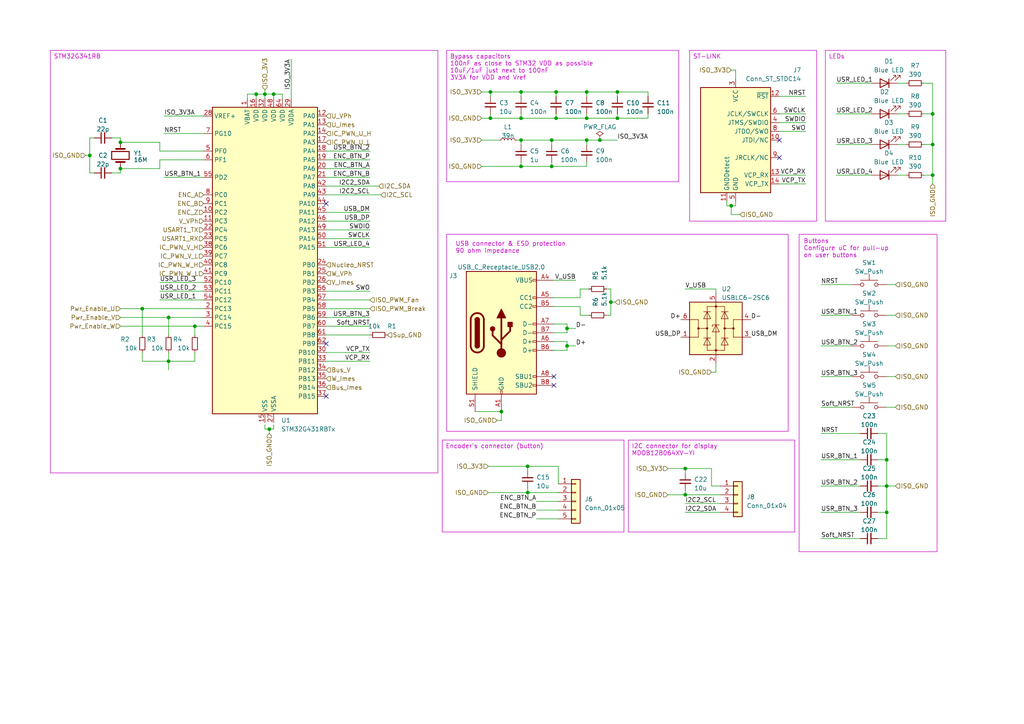
<source format=kicad_sch>
(kicad_sch (version 20230121) (generator eeschema)
  (paper "A4")
  (lib_symbols
    (symbol "Connector:Conn_ST_STDC14"
      (property "Reference" "J" (at -8.89 16.51 0))
      (property "Value" "Conn_ST_STDC14" (at 17.78 16.51 0))
      (symbol "Conn_ST_STDC14_1_1"
        (pin no_connect line (at -10.16 5.08 0) (length 2.54) hide (name "NC") (number "1"))
        (pin output line (at 12.7 0 180) (length 2.54) (name "JTDI/NC") (number "10"))
        (pin passive line (at -2.54 -17.78 90) (length 2.54) (name "GNDDetect") (number "11"))
        (pin open_collector line (at 12.7 12.7 180) (length 2.54) (name "~{RST}") (number "12"))
        (pin output line (at 12.7 -10.16 180) (length 2.54) (name "VCP_RX") (number "13"))
        (pin input line (at 12.7 -12.7 180) (length 2.54) (name "VCP_TX") (number "14"))
        (pin no_connect line (at -10.16 2.54 0) (length 2.54) hide (name "NC") (number "2"))
        (pin power_in line (at 0 17.78 270) (length 2.54) (name "VCC") (number "3"))
        (pin bidirectional line (at 12.7 5.08 180) (length 2.54) (name "JTMS/SWDIO") (number "4"))
        (pin power_in line (at 0 -17.78 90) (length 2.54) (name "GND") (number "5"))
        (pin output line (at 12.7 7.62 180) (length 2.54) (name "JCLK/SWCLK") (number "6"))
        (pin passive line (at 0 -17.78 90) (length 2.54) hide (name "GND") (number "7"))
        (pin input line (at 12.7 2.54 180) (length 2.54) (name "JTDO/SWO") (number "8"))
        (pin input line (at 12.7 -5.08 180) (length 2.54) (name "JRCLK/NC") (number "9"))
      )
    )
    (symbol "Connector:USB_C_Receptacle_USB2.0" (pin_names (offset 1.016))
      (property "Reference" "J" (at -10.16 19.05 0))
      (property "Value" "USB_C_Receptacle_USB2.0" (at 19.05 19.05 0))
      (symbol "USB_C_Receptacle_USB2.0_1_1"
        (pin passive line (at 0 -22.86 90) (length 5.08) (name "GND") (number "A1"))
        (pin passive line (at 0 -22.86 90) (length 5.08) hide (name "GND") (number "A12"))
        (pin passive line (at 15.24 15.24 180) (length 5.08) (name "VBUS") (number "A4"))
        (pin bidirectional line (at 15.24 10.16 180) (length 5.08) (name "CC1") (number "A5"))
        (pin bidirectional line (at 15.24 -2.54 180) (length 5.08) (name "D+") (number "A6"))
        (pin bidirectional line (at 15.24 2.54 180) (length 5.08) (name "D-") (number "A7"))
        (pin bidirectional line (at 15.24 -12.7 180) (length 5.08) (name "SBU1") (number "A8"))
        (pin passive line (at 15.24 15.24 180) (length 5.08) hide (name "VBUS") (number "A9"))
        (pin passive line (at 0 -22.86 90) (length 5.08) hide (name "GND") (number "B1"))
        (pin passive line (at 0 -22.86 90) (length 5.08) hide (name "GND") (number "B12"))
        (pin passive line (at 15.24 15.24 180) (length 5.08) hide (name "VBUS") (number "B4"))
        (pin bidirectional line (at 15.24 7.62 180) (length 5.08) (name "CC2") (number "B5"))
        (pin bidirectional line (at 15.24 -5.08 180) (length 5.08) (name "D+") (number "B6"))
        (pin bidirectional line (at 15.24 0 180) (length 5.08) (name "D-") (number "B7"))
        (pin bidirectional line (at 15.24 -15.24 180) (length 5.08) (name "SBU2") (number "B8"))
        (pin passive line (at 15.24 15.24 180) (length 5.08) hide (name "VBUS") (number "B9"))
        (pin passive line (at -7.62 -22.86 90) (length 5.08) (name "SHIELD") (number "S1"))
      )
    )
    (symbol "Connector_Generic:Conn_01x04" (pin_names (offset 1.016) hide)
      (property "Reference" "J" (at 0 5.08 0))
      (property "Value" "Conn_01x04" (at 0 -7.62 0))
      (symbol "Conn_01x04_1_1"
        (pin passive line (at -5.08 2.54 0) (length 3.81) (name "Pin_1") (number "1"))
        (pin passive line (at -5.08 0 0) (length 3.81) (name "Pin_2") (number "2"))
        (pin passive line (at -5.08 -2.54 0) (length 3.81) (name "Pin_3") (number "3"))
        (pin passive line (at -5.08 -5.08 0) (length 3.81) (name "Pin_4") (number "4"))
      )
    )
    (symbol "Connector_Generic:Conn_01x05" (pin_names (offset 1.016) hide)
      (property "Reference" "J" (at 0 7.62 0))
      (property "Value" "Conn_01x05" (at 0 -7.62 0))
      (symbol "Conn_01x05_1_1"
        (pin passive line (at -5.08 5.08 0) (length 3.81) (name "Pin_1") (number "1"))
        (pin passive line (at -5.08 2.54 0) (length 3.81) (name "Pin_2") (number "2"))
        (pin passive line (at -5.08 0 0) (length 3.81) (name "Pin_3") (number "3"))
        (pin passive line (at -5.08 -2.54 0) (length 3.81) (name "Pin_4") (number "4"))
        (pin passive line (at -5.08 -5.08 0) (length 3.81) (name "Pin_5") (number "5"))
      )
    )
    (symbol "Device:C_Small" (pin_numbers hide) (pin_names (offset 0.254) hide)
      (property "Reference" "C" (at 0.254 1.778 0))
      (property "Value" "C_Small" (at 0.254 -2.032 0))
      (symbol "C_Small_1_1"
        (pin passive line (at 0 2.54 270) (length 2.032) (name "~") (number "1"))
        (pin passive line (at 0 -2.54 90) (length 2.032) (name "~") (number "2"))
      )
    )
    (symbol "Device:Crystal" (pin_numbers hide) (pin_names (offset 1.016) hide)
      (property "Reference" "Y" (at 0 3.81 0))
      (property "Value" "Crystal" (at 0 -3.81 0))
      (symbol "Crystal_1_1"
        (pin passive line (at -3.81 0 0) (length 1.27) (name "1") (number "1"))
        (pin passive line (at 3.81 0 180) (length 1.27) (name "2") (number "2"))
      )
    )
    (symbol "Device:LED" (pin_numbers hide) (pin_names (offset 1.016) hide)
      (property "Reference" "D" (at 0 2.54 0))
      (property "Value" "LED" (at 0 -2.54 0))
      (symbol "LED_1_1"
        (pin passive line (at -3.81 0 0) (length 2.54) (name "K") (number "1"))
        (pin passive line (at 3.81 0 180) (length 2.54) (name "A") (number "2"))
      )
    )
    (symbol "Device:L_Small" (pin_numbers hide) (pin_names (offset 0.254) hide)
      (property "Reference" "L" (at 0.762 1.016 0))
      (property "Value" "L_Small" (at 0.762 -1.016 0))
      (symbol "L_Small_1_1"
        (pin passive line (at 0 2.54 270) (length 0.508) (name "~") (number "1"))
        (pin passive line (at 0 -2.54 90) (length 0.508) (name "~") (number "2"))
      )
    )
    (symbol "Device:R_Small" (pin_numbers hide) (pin_names (offset 0.254) hide)
      (property "Reference" "R" (at 0.762 0.508 0))
      (property "Value" "R_Small" (at 0.762 -1.016 0))
      (symbol "R_Small_1_1"
        (pin passive line (at 0 2.54 270) (length 0.762) (name "~") (number "1"))
        (pin passive line (at 0 -2.54 90) (length 0.762) (name "~") (number "2"))
      )
    )
    (symbol "MCU_ST_STM32G4:STM32G431RBTx"
      (property "Reference" "U" (at -15.24 46.99 0))
      (property "Value" "STM32G431RBTx" (at 10.16 46.99 0))
      (symbol "STM32G431RBTx_1_1"
        (pin power_in line (at -5.08 48.26 270) (length 2.54) (name "VBAT") (number "1"))
        (pin bidirectional line (at -17.78 15.24 0) (length 2.54) (name "PC2") (number "10"))
        (pin bidirectional line (at -17.78 12.7 0) (length 2.54) (name "PC3") (number "11"))
        (pin bidirectional line (at 17.78 43.18 180) (length 2.54) (name "PA0") (number "12"))
        (pin bidirectional line (at 17.78 40.64 180) (length 2.54) (name "PA1") (number "13"))
        (pin bidirectional line (at 17.78 38.1 180) (length 2.54) (name "PA2") (number "14"))
        (pin power_in line (at 0 -45.72 90) (length 2.54) (name "VSS") (number "15"))
        (pin power_in line (at -2.54 48.26 270) (length 2.54) (name "VDD") (number "16"))
        (pin bidirectional line (at 17.78 35.56 180) (length 2.54) (name "PA3") (number "17"))
        (pin bidirectional line (at 17.78 33.02 180) (length 2.54) (name "PA4") (number "18"))
        (pin bidirectional line (at 17.78 30.48 180) (length 2.54) (name "PA5") (number "19"))
        (pin bidirectional line (at -17.78 -12.7 0) (length 2.54) (name "PC13") (number "2"))
        (pin bidirectional line (at 17.78 27.94 180) (length 2.54) (name "PA6") (number "20"))
        (pin bidirectional line (at 17.78 25.4 180) (length 2.54) (name "PA7") (number "21"))
        (pin bidirectional line (at -17.78 10.16 0) (length 2.54) (name "PC4") (number "22"))
        (pin bidirectional line (at -17.78 7.62 0) (length 2.54) (name "PC5") (number "23"))
        (pin bidirectional line (at 17.78 0 180) (length 2.54) (name "PB0") (number "24"))
        (pin bidirectional line (at 17.78 -2.54 180) (length 2.54) (name "PB1") (number "25"))
        (pin bidirectional line (at 17.78 -5.08 180) (length 2.54) (name "PB2") (number "26"))
        (pin power_in line (at 2.54 -45.72 90) (length 2.54) (name "VSSA") (number "27"))
        (pin input line (at -17.78 43.18 0) (length 2.54) (name "VREF+") (number "28"))
        (pin power_in line (at 7.62 48.26 270) (length 2.54) (name "VDDA") (number "29"))
        (pin bidirectional line (at -17.78 -15.24 0) (length 2.54) (name "PC14") (number "3"))
        (pin bidirectional line (at 17.78 -25.4 180) (length 2.54) (name "PB10") (number "30"))
        (pin passive line (at 0 -45.72 90) (length 2.54) hide (name "VSS") (number "31"))
        (pin power_in line (at 0 48.26 270) (length 2.54) (name "VDD") (number "32"))
        (pin bidirectional line (at 17.78 -27.94 180) (length 2.54) (name "PB11") (number "33"))
        (pin bidirectional line (at 17.78 -30.48 180) (length 2.54) (name "PB12") (number "34"))
        (pin bidirectional line (at 17.78 -33.02 180) (length 2.54) (name "PB13") (number "35"))
        (pin bidirectional line (at 17.78 -35.56 180) (length 2.54) (name "PB14") (number "36"))
        (pin bidirectional line (at 17.78 -38.1 180) (length 2.54) (name "PB15") (number "37"))
        (pin bidirectional line (at -17.78 5.08 0) (length 2.54) (name "PC6") (number "38"))
        (pin bidirectional line (at -17.78 2.54 0) (length 2.54) (name "PC7") (number "39"))
        (pin bidirectional line (at -17.78 -17.78 0) (length 2.54) (name "PC15") (number "4"))
        (pin bidirectional line (at -17.78 0 0) (length 2.54) (name "PC8") (number "40"))
        (pin bidirectional line (at -17.78 -2.54 0) (length 2.54) (name "PC9") (number "41"))
        (pin bidirectional line (at 17.78 22.86 180) (length 2.54) (name "PA8") (number "42"))
        (pin bidirectional line (at 17.78 20.32 180) (length 2.54) (name "PA9") (number "43"))
        (pin bidirectional line (at 17.78 17.78 180) (length 2.54) (name "PA10") (number "44"))
        (pin bidirectional line (at 17.78 15.24 180) (length 2.54) (name "PA11") (number "45"))
        (pin bidirectional line (at 17.78 12.7 180) (length 2.54) (name "PA12") (number "46"))
        (pin passive line (at 0 -45.72 90) (length 2.54) hide (name "VSS") (number "47"))
        (pin power_in line (at 2.54 48.26 270) (length 2.54) (name "VDD") (number "48"))
        (pin bidirectional line (at 17.78 10.16 180) (length 2.54) (name "PA13") (number "49"))
        (pin bidirectional line (at -17.78 33.02 0) (length 2.54) (name "PF0") (number "5"))
        (pin bidirectional line (at 17.78 7.62 180) (length 2.54) (name "PA14") (number "50"))
        (pin bidirectional line (at 17.78 5.08 180) (length 2.54) (name "PA15") (number "51"))
        (pin bidirectional line (at -17.78 -5.08 0) (length 2.54) (name "PC10") (number "52"))
        (pin bidirectional line (at -17.78 -7.62 0) (length 2.54) (name "PC11") (number "53"))
        (pin bidirectional line (at -17.78 -10.16 0) (length 2.54) (name "PC12") (number "54"))
        (pin bidirectional line (at -17.78 25.4 0) (length 2.54) (name "PD2") (number "55"))
        (pin bidirectional line (at 17.78 -7.62 180) (length 2.54) (name "PB3") (number "56"))
        (pin bidirectional line (at 17.78 -10.16 180) (length 2.54) (name "PB4") (number "57"))
        (pin bidirectional line (at 17.78 -12.7 180) (length 2.54) (name "PB5") (number "58"))
        (pin bidirectional line (at 17.78 -15.24 180) (length 2.54) (name "PB6") (number "59"))
        (pin bidirectional line (at -17.78 30.48 0) (length 2.54) (name "PF1") (number "6"))
        (pin bidirectional line (at 17.78 -17.78 180) (length 2.54) (name "PB7") (number "60"))
        (pin bidirectional line (at 17.78 -20.32 180) (length 2.54) (name "PB8") (number "61"))
        (pin bidirectional line (at 17.78 -22.86 180) (length 2.54) (name "PB9") (number "62"))
        (pin passive line (at 0 -45.72 90) (length 2.54) hide (name "VSS") (number "63"))
        (pin power_in line (at 5.08 48.26 270) (length 2.54) (name "VDD") (number "64"))
        (pin bidirectional line (at -17.78 38.1 0) (length 2.54) (name "PG10") (number "7"))
        (pin bidirectional line (at -17.78 20.32 0) (length 2.54) (name "PC0") (number "8"))
        (pin bidirectional line (at -17.78 17.78 0) (length 2.54) (name "PC1") (number "9"))
      )
    )
    (symbol "Power_Protection:USBLC6-2SC6" (pin_names hide)
      (property "Reference" "U" (at 2.54 8.89 0))
      (property "Value" "USBLC6-2SC6" (at 2.54 -8.89 0))
      (symbol "USBLC6-2SC6_1_1"
        (pin passive line (at -10.16 -2.54 0) (length 2.54) (name "I/O1") (number "1"))
        (pin passive line (at 0 -10.16 90) (length 2.54) (name "GND") (number "2"))
        (pin passive line (at 10.16 -2.54 180) (length 2.54) (name "I/O2") (number "3"))
        (pin passive line (at 10.16 2.54 180) (length 2.54) (name "I/O2") (number "4"))
        (pin passive line (at 0 10.16 270) (length 2.54) (name "VBUS") (number "5"))
        (pin passive line (at -10.16 2.54 0) (length 2.54) (name "I/O1") (number "6"))
      )
    )
    (symbol "Switch:SW_Push" (pin_numbers hide) (pin_names (offset 1.016) hide)
      (property "Reference" "SW" (at 1.27 2.54 0))
      (property "Value" "SW_Push" (at 0 -1.524 0))
      (symbol "SW_Push_0_1"
        (pin passive line (at -5.08 0 0) (length 2.54) (name "1") (number "1"))
        (pin passive line (at 5.08 0 180) (length 2.54) (name "2") (number "2"))
      )
    )
    (symbol "power:PWR_FLAG" (power) (pin_numbers hide) (pin_names (offset 0) hide)
      (property "Value" "PWR_FLAG" (at 0 3.81 0))
      (symbol "PWR_FLAG_0_0"
        (pin power_out line (at 0 0 90) (length 0) (name "pwr") (number "1"))
      )
    )
  )
  (junction (at 160.02 48.26))
  (junction (at 34.925 41.275))
  (junction (at 151.13 48.26))
  (junction (at 179.07 34.29))
  (junction (at 170.18 34.29))
  (junction (at 161.29 26.67))
  (junction (at 48.895 92.075))
  (junction (at 34.925 48.895))
  (junction (at 74.295 27.305))
  (junction (at 79.375 27.305))
  (junction (at 198.755 143.51))
  (junction (at 270.51 50.8))
  (junction (at 270.51 33.02))
  (junction (at 48.895 104.775))
  (junction (at 164.465 100.33))
  (junction (at 151.13 34.29))
  (junction (at 151.13 40.64))
  (junction (at 270.51 41.91))
  (junction (at 153.035 142.875))
  (junction (at 257.175 148.59))
  (junction (at 142.24 26.67))
  (junction (at 142.24 34.29))
  (junction (at 170.18 26.67))
  (junction (at 151.13 26.67))
  (junction (at 41.275 89.535))
  (junction (at 170.18 40.64))
  (junction (at 173.99 40.64))
  (junction (at 212.09 59.69))
  (junction (at 164.465 95.25))
  (junction (at 257.175 133.35))
  (junction (at 198.755 135.89))
  (junction (at 257.175 140.97))
  (junction (at 160.02 40.64))
  (junction (at 26.035 45.085))
  (junction (at 145.415 119.38))
  (junction (at 56.515 94.615))
  (junction (at 153.035 135.255))
  (junction (at 78.105 124.46))
  (junction (at 179.07 26.67))
  (junction (at 161.29 34.29))
  (junction (at 177.165 87.63))
  (junction (at 76.835 27.305))
  (no_connect (at 226.06 40.64))
  (no_connect (at 226.06 45.72))
  (no_connect (at 160.655 109.22))
  (no_connect (at 94.615 114.935))
  (no_connect (at 94.615 59.055))
  (no_connect (at 94.615 99.695))
  (no_connect (at 160.655 111.76))
  (wire (pts (xy 178.435 87.63) (xy 177.165 87.63)))
  (wire (pts (xy 161.29 33.02) (xy 161.29 34.29)))
  (wire (pts (xy 168.275 86.36) (xy 168.275 83.82)))
  (wire (pts (xy 226.06 35.56) (xy 233.68 35.56)))
  (wire (pts (xy 26.035 40.005) (xy 26.035 45.085)))
  (wire (pts (xy 94.615 102.235) (xy 107.315 102.235)))
  (wire (pts (xy 160.02 40.64) (xy 160.02 41.91)))
  (wire (pts (xy 107.315 94.615) (xy 94.615 94.615)))
  (wire (pts (xy 187.96 26.67) (xy 187.96 27.94)))
  (wire (pts (xy 260.35 41.91) (xy 262.89 41.91)))
  (wire (pts (xy 142.24 26.67) (xy 151.13 26.67)))
  (wire (pts (xy 94.615 84.455) (xy 107.315 84.455)))
  (wire (pts (xy 153.035 141.605) (xy 153.035 142.875)))
  (wire (pts (xy 151.13 34.29) (xy 161.29 34.29)))
  (wire (pts (xy 206.375 140.97) (xy 208.915 140.97)))
  (wire (pts (xy 193.675 135.89) (xy 198.755 135.89)))
  (wire (pts (xy 46.355 46.355) (xy 46.355 48.895)))
  (wire (pts (xy 161.925 145.415) (xy 155.575 145.415)))
  (wire (pts (xy 238.125 156.21) (xy 249.555 156.21)))
  (wire (pts (xy 267.97 41.91) (xy 270.51 41.91)))
  (wire (pts (xy 212.09 59.69) (xy 210.82 59.69)))
  (wire (pts (xy 198.755 146.05) (xy 208.915 146.05)))
  (wire (pts (xy 107.315 71.755) (xy 94.615 71.755)))
  (wire (pts (xy 257.175 91.44) (xy 259.715 91.44)))
  (wire (pts (xy 79.375 27.305) (xy 81.915 27.305)))
  (wire (pts (xy 164.465 99.06) (xy 164.465 100.33)))
  (wire (pts (xy 160.655 86.36) (xy 168.275 86.36)))
  (wire (pts (xy 46.355 41.275) (xy 34.925 41.275)))
  (wire (pts (xy 79.375 27.305) (xy 79.375 28.575)))
  (wire (pts (xy 212.09 20.32) (xy 213.36 20.32)))
  (wire (pts (xy 139.7 40.64) (xy 144.78 40.64)))
  (wire (pts (xy 207.645 107.95) (xy 207.645 105.41)))
  (wire (pts (xy 270.51 50.8) (xy 270.51 53.34)))
  (wire (pts (xy 198.755 143.51) (xy 208.915 143.51)))
  (wire (pts (xy 76.835 27.305) (xy 79.375 27.305)))
  (wire (pts (xy 177.165 91.44) (xy 177.165 87.63)))
  (wire (pts (xy 81.915 27.305) (xy 81.915 28.575)))
  (wire (pts (xy 267.97 33.02) (xy 270.51 33.02)))
  (wire (pts (xy 32.385 40.005) (xy 34.925 40.005)))
  (wire (pts (xy 145.415 121.92) (xy 144.145 121.92)))
  (wire (pts (xy 94.615 51.435) (xy 107.315 51.435)))
  (wire (pts (xy 175.895 91.44) (xy 177.165 91.44)))
  (wire (pts (xy 260.35 24.13) (xy 262.89 24.13)))
  (wire (pts (xy 226.06 38.1) (xy 233.68 38.1)))
  (wire (pts (xy 257.175 140.97) (xy 257.175 133.35)))
  (wire (pts (xy 74.295 27.305) (xy 76.835 27.305)))
  (wire (pts (xy 94.615 48.895) (xy 107.315 48.895)))
  (wire (pts (xy 170.18 40.64) (xy 173.99 40.64)))
  (wire (pts (xy 214.63 62.23) (xy 212.09 62.23)))
  (wire (pts (xy 198.755 135.89) (xy 206.375 135.89)))
  (wire (pts (xy 139.7 26.67) (xy 142.24 26.67)))
  (wire (pts (xy 94.615 46.355) (xy 107.315 46.355)))
  (wire (pts (xy 164.465 93.98) (xy 164.465 95.25)))
  (wire (pts (xy 145.415 119.38) (xy 145.415 121.92)))
  (wire (pts (xy 41.275 102.235) (xy 41.275 104.775)))
  (wire (pts (xy 46.355 84.455) (xy 59.055 84.455)))
  (wire (pts (xy 151.13 26.67) (xy 151.13 27.94)))
  (wire (pts (xy 56.515 94.615) (xy 59.055 94.615)))
  (wire (pts (xy 257.175 133.35) (xy 257.175 125.73)))
  (wire (pts (xy 179.07 26.67) (xy 179.07 27.94)))
  (wire (pts (xy 270.51 41.91) (xy 270.51 50.8)))
  (wire (pts (xy 137.795 119.38) (xy 145.415 119.38)))
  (wire (pts (xy 76.835 26.035) (xy 76.835 27.305)))
  (wire (pts (xy 71.755 27.305) (xy 74.295 27.305)))
  (wire (pts (xy 206.375 107.95) (xy 207.645 107.95)))
  (wire (pts (xy 151.13 26.67) (xy 161.29 26.67)))
  (wire (pts (xy 198.755 148.59) (xy 208.915 148.59)))
  (wire (pts (xy 193.675 143.51) (xy 198.755 143.51)))
  (wire (pts (xy 107.315 92.075) (xy 94.615 92.075)))
  (wire (pts (xy 94.615 43.815) (xy 107.315 43.815)))
  (wire (pts (xy 187.96 34.29) (xy 179.07 34.29)))
  (wire (pts (xy 213.36 58.42) (xy 213.36 59.69)))
  (wire (pts (xy 151.13 40.64) (xy 160.02 40.64)))
  (wire (pts (xy 257.175 156.21) (xy 257.175 148.59)))
  (wire (pts (xy 41.275 89.535) (xy 41.275 97.155)))
  (wire (pts (xy 198.755 135.89) (xy 198.755 137.16)))
  (wire (pts (xy 78.105 124.46) (xy 79.375 124.46)))
  (wire (pts (xy 74.295 28.575) (xy 74.295 27.305)))
  (wire (pts (xy 257.175 109.22) (xy 259.715 109.22)))
  (wire (pts (xy 257.175 100.33) (xy 259.715 100.33)))
  (wire (pts (xy 238.125 91.44) (xy 247.015 91.44)))
  (wire (pts (xy 259.715 82.55) (xy 257.175 82.55)))
  (wire (pts (xy 238.125 109.22) (xy 247.015 109.22)))
  (wire (pts (xy 151.13 46.99) (xy 151.13 48.26)))
  (wire (pts (xy 71.755 28.575) (xy 71.755 27.305)))
  (wire (pts (xy 107.315 89.535) (xy 94.615 89.535)))
  (wire (pts (xy 161.925 150.495) (xy 155.575 150.495)))
  (wire (pts (xy 27.305 40.005) (xy 26.035 40.005)))
  (wire (pts (xy 160.655 101.6) (xy 164.465 101.6)))
  (wire (pts (xy 242.57 41.91) (xy 252.73 41.91)))
  (wire (pts (xy 46.355 86.995) (xy 59.055 86.995)))
  (wire (pts (xy 161.925 135.255) (xy 161.925 140.335)))
  (wire (pts (xy 210.82 59.69) (xy 210.82 58.42)))
  (wire (pts (xy 170.18 33.02) (xy 170.18 34.29)))
  (wire (pts (xy 170.18 41.91) (xy 170.18 40.64)))
  (wire (pts (xy 32.385 50.165) (xy 34.925 50.165)))
  (wire (pts (xy 160.02 40.64) (xy 170.18 40.64)))
  (wire (pts (xy 168.275 91.44) (xy 168.275 88.9)))
  (wire (pts (xy 267.97 50.8) (xy 270.51 50.8)))
  (wire (pts (xy 212.09 59.69) (xy 213.36 59.69)))
  (wire (pts (xy 160.655 88.9) (xy 168.275 88.9)))
  (wire (pts (xy 34.925 94.615) (xy 56.515 94.615)))
  (wire (pts (xy 160.655 96.52) (xy 164.465 96.52)))
  (wire (pts (xy 46.355 48.895) (xy 34.925 48.895)))
  (wire (pts (xy 94.615 53.975) (xy 109.855 53.975)))
  (wire (pts (xy 46.355 43.815) (xy 59.055 43.815)))
  (wire (pts (xy 160.655 81.28) (xy 167.005 81.28)))
  (wire (pts (xy 160.02 48.26) (xy 151.13 48.26)))
  (wire (pts (xy 238.125 133.35) (xy 249.555 133.35)))
  (wire (pts (xy 48.895 104.775) (xy 56.515 104.775)))
  (wire (pts (xy 34.925 41.275) (xy 34.925 40.005)))
  (wire (pts (xy 48.895 97.155) (xy 48.895 92.075)))
  (wire (pts (xy 107.315 86.995) (xy 94.615 86.995)))
  (wire (pts (xy 34.925 92.075) (xy 48.895 92.075)))
  (wire (pts (xy 206.375 135.89) (xy 206.375 140.97)))
  (wire (pts (xy 260.35 50.8) (xy 262.89 50.8)))
  (wire (pts (xy 242.57 50.8) (xy 252.73 50.8)))
  (wire (pts (xy 48.895 104.775) (xy 48.895 107.315)))
  (wire (pts (xy 151.13 41.91) (xy 151.13 40.64)))
  (wire (pts (xy 257.175 118.11) (xy 259.715 118.11)))
  (wire (pts (xy 168.275 91.44) (xy 170.815 91.44)))
  (wire (pts (xy 94.615 104.775) (xy 107.315 104.775)))
  (wire (pts (xy 257.175 148.59) (xy 257.175 140.97)))
  (wire (pts (xy 226.06 27.94) (xy 233.68 27.94)))
  (wire (pts (xy 160.02 46.99) (xy 160.02 48.26)))
  (wire (pts (xy 254.635 133.35) (xy 257.175 133.35)))
  (wire (pts (xy 164.465 93.98) (xy 160.655 93.98)))
  (wire (pts (xy 142.24 34.29) (xy 142.24 33.02)))
  (wire (pts (xy 164.465 100.33) (xy 164.465 101.6)))
  (wire (pts (xy 151.13 33.02) (xy 151.13 34.29)))
  (wire (pts (xy 76.835 123.19) (xy 76.835 124.46)))
  (wire (pts (xy 161.29 26.67) (xy 170.18 26.67)))
  (wire (pts (xy 41.275 89.535) (xy 59.055 89.535)))
  (wire (pts (xy 177.165 87.63) (xy 177.165 83.82)))
  (wire (pts (xy 226.06 50.8) (xy 233.68 50.8)))
  (wire (pts (xy 254.635 148.59) (xy 257.175 148.59)))
  (wire (pts (xy 56.515 94.615) (xy 56.515 97.155)))
  (wire (pts (xy 238.125 118.11) (xy 247.015 118.11)))
  (wire (pts (xy 270.51 33.02) (xy 270.51 41.91)))
  (wire (pts (xy 78.105 124.46) (xy 78.105 125.73)))
  (wire (pts (xy 161.29 34.29) (xy 170.18 34.29)))
  (wire (pts (xy 76.835 124.46) (xy 78.105 124.46)))
  (wire (pts (xy 56.515 102.235) (xy 56.515 104.775)))
  (wire (pts (xy 26.035 45.085) (xy 26.035 50.165)))
  (wire (pts (xy 187.96 33.02) (xy 187.96 34.29)))
  (wire (pts (xy 160.02 48.26) (xy 170.18 48.26)))
  (wire (pts (xy 254.635 140.97) (xy 257.175 140.97)))
  (wire (pts (xy 161.29 26.67) (xy 161.29 27.94)))
  (wire (pts (xy 139.7 48.26) (xy 151.13 48.26)))
  (wire (pts (xy 177.165 83.82) (xy 175.895 83.82)))
  (wire (pts (xy 153.035 135.255) (xy 153.035 136.525)))
  (wire (pts (xy 34.925 89.535) (xy 41.275 89.535)))
  (wire (pts (xy 198.755 83.82) (xy 207.645 83.82)))
  (wire (pts (xy 164.465 100.33) (xy 167.005 100.33)))
  (wire (pts (xy 46.355 46.355) (xy 59.055 46.355)))
  (wire (pts (xy 173.99 40.64) (xy 179.07 40.64)))
  (wire (pts (xy 141.605 142.875) (xy 153.035 142.875)))
  (wire (pts (xy 48.895 92.075) (xy 59.055 92.075)))
  (wire (pts (xy 170.18 26.67) (xy 170.18 27.94)))
  (wire (pts (xy 257.175 140.97) (xy 259.715 140.97)))
  (wire (pts (xy 226.06 53.34) (xy 233.68 53.34)))
  (wire (pts (xy 46.355 43.815) (xy 46.355 41.275)))
  (wire (pts (xy 47.625 51.435) (xy 59.055 51.435)))
  (wire (pts (xy 151.13 34.29) (xy 142.24 34.29)))
  (wire (pts (xy 94.615 66.675) (xy 107.315 66.675)))
  (wire (pts (xy 161.925 147.955) (xy 155.575 147.955)))
  (wire (pts (xy 46.355 81.915) (xy 59.055 81.915)))
  (wire (pts (xy 142.24 27.94) (xy 142.24 26.67)))
  (wire (pts (xy 213.36 20.32) (xy 213.36 22.86)))
  (wire (pts (xy 26.035 50.165) (xy 27.305 50.165)))
  (wire (pts (xy 170.18 34.29) (xy 179.07 34.29)))
  (wire (pts (xy 47.625 38.735) (xy 59.055 38.735)))
  (wire (pts (xy 260.35 33.02) (xy 262.89 33.02)))
  (wire (pts (xy 267.97 24.13) (xy 270.51 24.13)))
  (wire (pts (xy 257.175 125.73) (xy 254.635 125.73)))
  (wire (pts (xy 160.655 99.06) (xy 164.465 99.06)))
  (wire (pts (xy 84.455 17.145) (xy 84.455 28.575)))
  (wire (pts (xy 153.035 142.875) (xy 161.925 142.875)))
  (wire (pts (xy 238.125 140.97) (xy 249.555 140.97)))
  (wire (pts (xy 179.07 26.67) (xy 187.96 26.67)))
  (wire (pts (xy 24.765 45.085) (xy 26.035 45.085)))
  (wire (pts (xy 198.755 142.24) (xy 198.755 143.51)))
  (wire (pts (xy 207.645 83.82) (xy 207.645 85.09)))
  (wire (pts (xy 242.57 24.13) (xy 252.73 24.13)))
  (wire (pts (xy 270.51 24.13) (xy 270.51 33.02)))
  (wire (pts (xy 212.09 62.23) (xy 212.09 59.69)))
  (wire (pts (xy 238.125 125.73) (xy 249.555 125.73)))
  (wire (pts (xy 170.18 46.99) (xy 170.18 48.26)))
  (wire (pts (xy 34.925 48.895) (xy 34.925 50.165)))
  (wire (pts (xy 94.615 64.135) (xy 107.315 64.135)))
  (wire (pts (xy 238.125 82.55) (xy 247.015 82.55)))
  (wire (pts (xy 139.7 34.29) (xy 142.24 34.29)))
  (wire (pts (xy 79.375 123.19) (xy 79.375 124.46)))
  (wire (pts (xy 41.275 104.775) (xy 48.895 104.775)))
  (wire (pts (xy 76.835 27.305) (xy 76.835 28.575)))
  (wire (pts (xy 226.06 33.02) (xy 233.68 33.02)))
  (wire (pts (xy 170.18 26.67) (xy 179.07 26.67)))
  (wire (pts (xy 141.605 135.255) (xy 153.035 135.255)))
  (wire (pts (xy 179.07 33.02) (xy 179.07 34.29)))
  (wire (pts (xy 254.635 156.21) (xy 257.175 156.21)))
  (wire (pts (xy 153.035 135.255) (xy 161.925 135.255)))
  (wire (pts (xy 94.615 69.215) (xy 107.315 69.215)))
  (wire (pts (xy 151.13 40.64) (xy 149.86 40.64)))
  (wire (pts (xy 238.125 100.33) (xy 247.015 100.33)))
  (wire (pts (xy 48.895 102.235) (xy 48.895 104.775)))
  (wire (pts (xy 238.125 148.59) (xy 249.555 148.59)))
  (wire (pts (xy 164.465 95.25) (xy 167.005 95.25)))
  (wire (pts (xy 94.615 56.515) (xy 110.49 56.515)))
  (wire (pts (xy 164.465 95.25) (xy 164.465 96.52)))
  (wire (pts (xy 47.625 33.655) (xy 59.055 33.655)))
  (wire (pts (xy 94.615 61.595) (xy 107.315 61.595)))
  (wire (pts (xy 107.315 97.155) (xy 94.615 97.155)))
  (wire (pts (xy 242.57 33.02) (xy 252.73 33.02)))
  (wire (pts (xy 168.275 83.82) (xy 170.815 83.82)))
  (text_box "Encoder's connector (button)" (at 128.27 127.635 0) (size 52.705 26.67) (stroke (width 0) (color 194 0 194 1)) (effects (font (size 1.27 1.27)) (justify left top)))
  (text_box "I2C connector for display \nMDOB12B064XV-YI" (at 182.245 127.635 0) (size 48.26 26.67) (stroke (width 0) (color 194 0 194 1)) (effects (font (size 1.27 1.27)) (justify left top)))
  (text_box "LEDs" (at 239.395 14.605 0) (size 34.925 49.53) (stroke (width 0) (color 194 0 194 1)) (effects (font (size 1.27 1.27)) (justify left top)))
  (text_box "ST-LINK" (at 200.025 14.605 0) (size 36.83 49.53) (stroke (width 0) (color 194 0 194 1)) (effects (font (size 1.27 1.27)) (justify left top)))
  (text_box "" (at 231.775 67.945 0) (size 40.005 92.075) (stroke (width 0) (color 194 0 194 1)) (effects (font (size 1.27 1.27)) (justify left top)))
  (text_box "" (at 129.54 67.945 0) (size 99.06 57.15) (stroke (width 0) (color 194 0 194 1)) (effects (font (size 1.27 1.27)) (justify left top)))
  (text_box "Bypass capacitors\n100nF as close to STM32 VDD as possible\n10uF/1uF just next to 100nF\n3V3A for VDD and Vref\n" (at 129.54 14.605 0) (size 67.31 38.1) (stroke (width 0) (color 194 0 194 1)) (effects (font (size 1.27 1.27)) (justify left top)))
  (text_box "STM32G341RB" (at 14.605 14.605 0) (size 112.395 122.555) (stroke (width 0) (color 194 0 194 1)) (effects (font (size 1.27 1.27)) (justify left top)))
  (text "USB connector & ESD protection\n90 ohm impedance" (at 132.08 73.66 0) (effects (font (size 1.27 1.27)) (justify left bottom)))
  (text "Buttons\nConfigure uC for pull-up \non user buttons" (at 233.045 74.93 0) (effects (font (size 1.27 1.27)) (justify left bottom)))
  (label "USR_LED_1" (at 242.57 24.13 0))
  (label "ISO_3V3A" (at 179.07 40.64 0))
  (label "SWDIO" (at 233.68 35.56 180))
  (label "USR_LED_2" (at 46.355 84.455 0))
  (label "D-" (at 217.805 92.71 0))
  (label "VCP_RX" (at 107.315 104.775 180))
  (label "USR_BTN_1" (at 238.125 133.35 0))
  (label "USB_DM" (at 217.805 97.79 0))
  (label "SWDIO" (at 107.315 66.675 180))
  (label "VCP_TX" (at 233.68 53.34 180))
  (label "Soft_NRST" (at 238.125 156.21 0))
  (label "D+" (at 167.005 100.33 0))
  (label "USR_BTN_2" (at 238.125 140.97 0))
  (label "USR_BTN_3" (at 238.125 109.22 0))
  (label "ISO_3V3A" (at 84.455 17.145 270))
  (label "ENC_BTN_B" (at 107.315 51.435 180))
  (label "V_USB" (at 167.005 81.28 180))
  (label "USR_BTN_1" (at 47.625 51.435 0))
  (label "NRST" (at 238.125 125.73 0))
  (label "VCP_RX" (at 233.68 50.8 180))
  (label "I2C2_SCL" (at 198.755 146.05 0))
  (label "I2C2_SDA" (at 198.755 148.59 0))
  (label "D-" (at 167.005 95.25 0))
  (label "NRST" (at 238.125 82.55 0))
  (label "NRST" (at 47.625 38.735 0))
  (label "ENC_BTN_P" (at 155.575 150.495 180))
  (label "USR_BTN_2" (at 107.315 43.815 180))
  (label "USR_BTN_3" (at 238.125 148.59 0))
  (label "I2C2_SDA" (at 107.315 53.975 180))
  (label "SWCLK" (at 233.68 33.02 180))
  (label "Soft_NRST" (at 107.315 94.615 180))
  (label "USR_LED_3" (at 242.57 41.91 0))
  (label "ENC_BTN_A" (at 107.315 48.895 180))
  (label "ENC_BTN_P" (at 107.315 46.355 180))
  (label "USR_LED_2" (at 242.57 33.02 0))
  (label "NRST" (at 233.68 27.94 180))
  (label "ENC_BTN_B" (at 155.575 147.955 180))
  (label "Soft_NRST" (at 238.125 118.11 0))
  (label "USR_LED_4" (at 107.315 71.755 180))
  (label "VCP_TX" (at 107.315 102.235 180))
  (label "USR_BTN_1" (at 238.125 91.44 0))
  (label "SWCLK" (at 107.315 69.215 180))
  (label "ISO_3V3A" (at 47.625 33.655 0))
  (label "SWO" (at 107.315 84.455 180))
  (label "SWO" (at 233.68 38.1 180))
  (label "I2C2_SCL" (at 107.315 56.515 180))
  (label "D+" (at 197.485 92.71 180))
  (label "ENC_BTN_A" (at 155.575 145.415 180))
  (label "USB_DP" (at 197.485 97.79 180))
  (label "USR_LED_4" (at 242.57 50.8 0))
  (label "USB_DP" (at 107.315 64.135 180))
  (label "V_USB" (at 198.755 83.82 0))
  (label "USR_BTN_2" (at 238.125 100.33 0))
  (label "USR_BTN_3" (at 107.315 92.075 180))
  (label "USR_LED_1" (at 46.355 86.995 0))
  (label "USB_DM" (at 107.315 61.595 180))
  (label "USR_LED_3" (at 46.355 81.915 0))
  (hierarchical_label "ISO_3V3" (shape input) (at 212.09 20.32 180))
  (hierarchical_label "U_Imes" (shape input) (at 94.615 36.195 0))
  (hierarchical_label "ISO_GND" (shape input) (at 139.7 34.29 180))
  (hierarchical_label "ENC_B" (shape input) (at 59.055 59.055 180))
  (hierarchical_label "I2C_SCL" (shape input) (at 110.49 56.515 0))
  (hierarchical_label "IC_PWN_V_L" (shape input) (at 59.055 74.295 180))
  (hierarchical_label "ISO_3V3" (shape input) (at 139.7 40.64 180))
  (hierarchical_label "ISO_GND" (shape input) (at 259.715 100.33 0))
  (hierarchical_label "ISO_3V3" (shape input) (at 139.7 26.67 180))
  (hierarchical_label "ISO_GND" (shape input) (at 193.675 143.51 180))
  (hierarchical_label "W_VPh" (shape input) (at 94.615 79.375 0))
  (hierarchical_label "ISO_GND" (shape input) (at 24.765 45.085 180))
  (hierarchical_label "W_Imes" (shape input) (at 94.615 109.855 0))
  (hierarchical_label "ISO_GND" (shape input) (at 259.715 140.97 0))
  (hierarchical_label "IC_PWN_W_L" (shape input) (at 59.055 79.375 180))
  (hierarchical_label "ISO_GND" (shape input) (at 144.145 121.92 180))
  (hierarchical_label "ISO_3V3" (shape input) (at 193.675 135.89 180))
  (hierarchical_label "IC_PWN_U_L" (shape input) (at 94.615 41.275 0))
  (hierarchical_label "USART1_TX" (shape input) (at 59.055 66.675 180))
  (hierarchical_label "ISO_GND" (shape input) (at 178.435 87.63 0))
  (hierarchical_label "ISO_GND" (shape input) (at 259.715 82.55 0))
  (hierarchical_label "ENC_A" (shape input) (at 59.055 56.515 180))
  (hierarchical_label "ISO_PWM_Break" (shape input) (at 107.315 89.535 0))
  (hierarchical_label "ISO_GND" (shape input) (at 206.375 107.95 180))
  (hierarchical_label "Pwr_Enable_U" (shape input) (at 34.925 89.535 180))
  (hierarchical_label "ISO_GND" (shape input) (at 139.7 48.26 180))
  (hierarchical_label "IC_PWN_U_H" (shape input) (at 94.615 38.735 0))
  (hierarchical_label "ISO_GND" (shape input) (at 78.105 125.73 270))
  (hierarchical_label "ISO_GND" (shape input) (at 259.715 91.44 0))
  (hierarchical_label "Pwr_Enable_V" (shape input) (at 34.925 92.075 180))
  (hierarchical_label "USART1_RX" (shape input) (at 59.055 69.215 180))
  (hierarchical_label "ISO_GND" (shape input) (at 259.715 118.11 0))
  (hierarchical_label "ISO_3V3" (shape input) (at 76.835 26.035 90))
  (hierarchical_label "IC_PWN_V_H" (shape input) (at 59.055 71.755 180))
  (hierarchical_label "ISO_GND" (shape input) (at 270.51 53.34 270))
  (hierarchical_label "Pwr_Enable_W" (shape input) (at 34.925 94.615 180))
  (hierarchical_label "ISO_PWM_Fan" (shape input) (at 107.315 86.995 0))
  (hierarchical_label "Bus_V" (shape input) (at 94.615 107.315 0))
  (hierarchical_label "ISO_3V3" (shape input) (at 141.605 135.255 180))
  (hierarchical_label "Bus_Imes" (shape input) (at 94.615 112.395 0))
  (hierarchical_label "Nucleo_NRST" (shape input) (at 94.615 76.835 0))
  (hierarchical_label "U_VPh" (shape input) (at 94.615 33.655 0))
  (hierarchical_label "ENC_Z" (shape input) (at 59.055 61.595 180))
  (hierarchical_label "ISO_GND" (shape input) (at 141.605 142.875 180))
  (hierarchical_label "IC_PWN_W_H" (shape input) (at 59.055 76.835 180))
  (hierarchical_label "ISO_GND" (shape input) (at 259.715 109.22 0))
  (hierarchical_label "ISO_GND" (shape input) (at 214.63 62.23 0))
  (hierarchical_label "V_Imes" (shape input) (at 94.615 81.915 0))
  (hierarchical_label "Sup_GND" (shape input) (at 112.395 97.155 0))
  (hierarchical_label "I2C_SDA" (shape input) (at 109.855 53.975 0))
  (hierarchical_label "V_VPh" (shape input) (at 59.055 64.135 180))
  (symbol (lib_id "Device:LED") (at 256.54 33.02 180) (unit 1)
    (property "Reference" "D2" (at 256.54 26.67 0))
    (property "Value" "Blue LED" (at 257.81 29.21 0))
    (property "Footprint" "LED_SMD:LED_0603_1608Metric" (effects hide))
    (property "Fournisseur" "Wurth" (effects hide))
    (property "MFR" "150 060 BS5 504 0" (effects hide))
    (instances (project "Projet3AKart" (path "" (reference "D2") (unit 1))) (project "Inverter_KiCAD" (path "" (reference "D802") (unit 1))))
  )
  (symbol (lib_id "Device:C_Small") (at 142.24 30.48 0) (unit 1)
    (property "Reference" "C3" (at 144.78 29.8513 0) (effects (justify left)))
    (property "Value" "10u" (at 144.78 32.3913 0) (effects (justify left)))
    (property "Footprint" "Capacitor_SMD:C_0603_1608Metric" (effects hide))
    (property "Fournisseur" "Wurth" (effects hide))
    (property "MFR" "885 012 106 006" (effects hide))
    (instances (project "Projet3AKart" (path "" (reference "C3") (unit 1))) (project "Inverter_KiCAD" (path "" (reference "C803") (unit 1))))
  )
  (symbol (lib_id "Connector_Generic:Conn_01x05") (at 167.005 145.415 0) (unit 1)
    (property "Reference" "J6" (at 169.545 144.78 0) (effects (justify left)))
    (property "Value" "Conn_01x05" (at 169.545 147.32 0) (effects (justify left)))
    (property "Footprint" "Connector_JST:JST_XH_B5B-XH-A_1x05_P2.50mm_Vertical" (effects hide))
    (property "Fournisseur" "Stock" (effects hide))
    (instances (project "Projet3AKart" (path "" (reference "J6") (unit 1))) (project "Inverter_KiCAD" (path "" (reference "J802") (unit 1))))
  )
  (symbol (lib_id "Device:R_Small") (at 265.43 24.13 90) (unit 1)
    (property "Reference" "R7" (at 265.43 19.05 90))
    (property "Value" "390" (at 265.43 21.59 90))
    (property "Footprint" "Resistor_SMD:R_0402_1005Metric" (effects hide))
    (property "Fournisseur" "Farnell" (effects hide))
    (property "MFR" "CRCW0402390RFKEDC" (effects hide))
    (property "Ref" "4177482" (effects hide))
    (instances (project "Projet3AKart" (path "" (reference "R7") (unit 1))) (project "Inverter_KiCAD" (path "" (reference "R804") (unit 1))))
  )
  (symbol (lib_id "Device:R_Small") (at 48.895 99.695 0) (unit 1)
    (property "Reference" "R3" (at 42.545 98.425 0) (effects (justify left)))
    (property "Value" "10k" (at 43.815 100.965 0) (effects (justify left)))
    (property "Footprint" "Resistor_SMD:R_0402_1005Metric" (effects hide))
    (property "Fournisseur" "Sotck" (effects hide))
    (instances (project "Projet3AKart" (path "" (reference "R3") (unit 1))) (project "Inverter_KiCAD" (path "" (reference "R809") (unit 1))))
  )
  (symbol (lib_id "power:PWR_FLAG") (at 173.99 40.64 0) (unit 1)
    (property "Reference" "#FLG01" (effects hide))
    (property "Value" "PWR_FLAG" (at 173.99 36.83 0))
    (instances (project "Projet3AKart" (path "" (reference "#FLG01") (unit 1))) (project "Inverter_KiCAD" (path "" (reference "#FLG0801") (unit 1))))
  )
  (symbol (lib_id "Device:C_Small") (at 179.07 30.48 0) (unit 1)
    (property "Reference" "C10" (at 181.61 29.8513 0) (effects (justify left)))
    (property "Value" "100n" (at 181.61 32.3913 0) (effects (justify left)))
    (property "Footprint" "Capacitor_SMD:C_0402_1005Metric" (effects hide))
    (property "Fournisseur" "Wurth" (effects hide))
    (property "MFR" "885 012 105 018" (effects hide))
    (instances (project "Projet3AKart" (path "" (reference "C10") (unit 1))) (project "Inverter_KiCAD" (path "" (reference "C811") (unit 1))))
  )
  (symbol (lib_id "Connector_Generic:Conn_01x04") (at 213.995 143.51 0) (unit 1)
    (property "Reference" "J8" (at 216.535 144.145 0) (effects (justify left)))
    (property "Value" "Conn_01x04" (at 216.535 146.685 0) (effects (justify left)))
    (property "Footprint" "Connector_JST:JST_XH_B4B-XH-A_1x04_P2.50mm_Vertical" (effects hide))
    (property "Fournisseur" "Stock" (effects hide))
    (instances (project "Projet3AKart" (path "" (reference "J8") (unit 1))) (project "Inverter_KiCAD" (path "" (reference "J804") (unit 1))))
  )
  (symbol (lib_id "Device:C_Small") (at 170.18 30.48 0) (unit 1)
    (property "Reference" "C8" (at 172.72 29.8513 0) (effects (justify left)))
    (property "Value" "100n" (at 172.72 32.3913 0) (effects (justify left)))
    (property "Footprint" "Capacitor_SMD:C_0402_1005Metric" (effects hide))
    (property "Fournisseur" "Wurth" (effects hide))
    (property "MFR" "885 012 105 018" (effects hide))
    (instances (project "Projet3AKart" (path "" (reference "C8") (unit 1))) (project "Inverter_KiCAD" (path "" (reference "C809") (unit 1))))
  )
  (symbol (lib_id "Device:C_Small") (at 252.095 148.59 90) (unit 1)
    (property "Reference" "C26" (at 252.1013 143.51 90))
    (property "Value" "100n" (at 252.1013 146.05 90))
    (property "Footprint" "Capacitor_SMD:C_0402_1005Metric" (effects hide))
    (property "Fournisseur" "Wurth" (effects hide))
    (property "MFR" "885 012 105 018" (effects hide))
    (instances (project "Projet3AKart" (path "" (reference "C26") (unit 1))) (project "Inverter_KiCAD" (path "" (reference "C817") (unit 1))))
  )
  (symbol (lib_id "Device:C_Small") (at 29.845 50.165 90) (unit 1)
    (property "Reference" "C2" (at 29.8513 45.085 90))
    (property "Value" "22p" (at 29.8513 47.625 90))
    (property "Footprint" "Capacitor_SMD:C_0402_1005Metric" (effects hide))
    (property "Fournisseur" "Wurth" (effects hide))
    (property "MFR" "885 012 005 009" (effects hide))
    (instances (project "Projet3AKart" (path "" (reference "C2") (unit 1))) (project "Inverter_KiCAD" (path "" (reference "C802") (unit 1))))
  )
  (symbol (lib_id "Device:C_Small") (at 252.095 156.21 90) (unit 1)
    (property "Reference" "C27" (at 252.1013 151.13 90))
    (property "Value" "100n" (at 252.1013 153.67 90))
    (property "Footprint" "Capacitor_SMD:C_0402_1005Metric" (effects hide))
    (property "Fournisseur" "Wurth" (effects hide))
    (property "MFR" "885 012 105 018" (effects hide))
    (instances (project "Projet3AKart" (path "" (reference "C27") (unit 1))) (project "Inverter_KiCAD" (path "" (reference "C818") (unit 1))))
  )
  (symbol (lib_id "Device:C_Small") (at 160.02 44.45 0) (unit 1)
    (property "Reference" "C6" (at 162.56 43.8213 0) (effects (justify left)))
    (property "Value" "100n" (at 162.56 46.3613 0) (effects (justify left)))
    (property "Footprint" "Capacitor_SMD:C_0402_1005Metric" (effects hide))
    (property "Fournisseur" "Wurth" (effects hide))
    (property "MFR" "885 012 105 018" (effects hide))
    (instances (project "Projet3AKart" (path "" (reference "C6") (unit 1))) (project "Inverter_KiCAD" (path "" (reference "C807") (unit 1))))
  )
  (symbol (lib_id "Power_Protection:USBLC6-2SC6") (at 207.645 95.25 0) (unit 1)
    (property "Reference" "U2" (at 209.2961 83.82 0) (effects (justify left)))
    (property "Value" "USBLC6-2SC6" (at 209.2961 86.36 0) (effects (justify left)))
    (property "Footprint" "Package_TO_SOT_SMD:SOT-23-6" (effects hide))
    (property "Datasheet" "https://www.st.com/resource/en/datasheet/usblc6-2.pdf" (effects hide))
    (property "Fournisseur" "RS" (effects hide))
    (property "MFR" "USBLC6-2SC6" (effects hide))
    (property "Ref" "624-7693" (effects hide))
    (instances (project "Projet3AKart" (path "" (reference "U2") (unit 1))) (project "Inverter_KiCAD" (path "" (reference "U802") (unit 1))))
  )
  (symbol (lib_id "Device:L_Small") (at 147.32 40.64 90) (unit 1)
    (property "Reference" "L1" (at 147.32 36.83 90))
    (property "Value" "39n" (at 147.32 39.37 90))
    (property "Footprint" "Inductor_SMD:L_0603_1608Metric" (effects hide))
    (property "Fournisseur" "Wurth" (effects hide))
    (property "MFR" "744 786 013 9" (effects hide))
    (instances (project "Projet3AKart" (path "" (reference "L1") (unit 1))) (project "Inverter_KiCAD" (path "" (reference "L801") (unit 1))))
  )
  (symbol (lib_id "Device:LED") (at 256.54 50.8 180) (unit 1)
    (property "Reference" "D4" (at 257.81 44.45 0))
    (property "Value" "Blue LED" (at 257.81 46.99 0))
    (property "Footprint" "LED_SMD:LED_0603_1608Metric" (effects hide))
    (property "Fournisseur" "Wurth" (effects hide))
    (property "MFR" "150 060 BS5 504 0" (effects hide))
    (instances (project "Projet3AKart" (path "" (reference "D4") (unit 1))) (project "Inverter_KiCAD" (path "" (reference "D804") (unit 1))))
  )
  (symbol (lib_id "Device:Crystal") (at 34.925 45.085 90) (unit 1)
    (property "Reference" "Y1" (at 38.735 44.45 90) (effects (justify right)))
    (property "Value" "16M" (at 38.735 46.355 90) (effects (justify right)))
    (property "Footprint" "Custom:ABLS-7.3728MHZ-CL-RESR-A-1-G-F" (effects hide))
    (property "Datasheet" "https://4donline.ihs.com/images/VipMasterIC/IC/ABRC/ABRCS03441/ABRCS03441-1.pdf?hkey=6D3A4C79FDBF58556ACFDE234799DDF0" (effects hide))
    (property "Fournisseur" "Farnell" (effects hide))
    (property "MFR" "ABLS-16.000MHZ-20-B-3-H-T" (effects hide))
    (property "Ref" "3228387" (effects hide))
    (instances (project "Projet3AKart" (path "" (reference "Y1") (unit 1))) (project "Inverter_KiCAD" (path "" (reference "Y801") (unit 1))))
  )
  (symbol (lib_id "Connector:Conn_ST_STDC14") (at 213.36 40.64 0) (unit 1)
    (property "Reference" "J7" (at 232.41 20.32 0) (effects (justify right)))
    (property "Value" "Conn_ST_STDC14" (at 232.41 22.86 0) (effects (justify right)))
    (property "Footprint" "Connector_PinHeader_1.27mm:PinHeader_2x07_P1.27mm_Vertical_SMD" (effects hide))
    (property "Datasheet" "https://www.st.com/content/ccc/resource/technical/document/user_manual/group1/99/49/91/b6/b2/3a/46/e5/DM00526767/files/DM00526767.pdf/jcr:content/translations/en.DM00526767.pdf" (effects hide))
    (property "Fournisseur" "Stock" (effects hide))
    (instances (project "Projet3AKart" (path "" (reference "J7") (unit 1))) (project "Inverter_KiCAD" (path "" (reference "J803") (unit 1))))
  )
  (symbol (lib_id "Device:C_Small") (at 170.18 44.45 0) (unit 1)
    (property "Reference" "C9" (at 172.72 43.8213 0) (effects (justify left)))
    (property "Value" "100n" (at 172.72 46.3613 0) (effects (justify left)))
    (property "Footprint" "Capacitor_SMD:C_0402_1005Metric" (effects hide))
    (property "Fournisseur" "Wurth" (effects hide))
    (property "MFR" "885 012 105 018" (effects hide))
    (instances (project "Projet3AKart" (path "" (reference "C9") (unit 1))) (project "Inverter_KiCAD" (path "" (reference "C810") (unit 1))))
  )
  (symbol (lib_id "Device:R_Small") (at 265.43 50.8 90) (unit 1)
    (property "Reference" "R10" (at 265.43 45.72 90))
    (property "Value" "390" (at 265.43 48.26 90))
    (property "Footprint" "Resistor_SMD:R_0402_1005Metric" (effects hide))
    (property "Fournisseur" "Farnell" (effects hide))
    (property "MFR" "CRCW0402390RFKEDC" (effects hide))
    (property "Ref" "4177482" (effects hide))
    (instances (project "Projet3AKart" (path "" (reference "R10") (unit 1))) (project "Inverter_KiCAD" (path "" (reference "R807") (unit 1))))
  )
  (symbol (lib_id "Device:R_Small") (at 56.515 99.695 0) (unit 1)
    (property "Reference" "R4" (at 50.165 98.425 0) (effects (justify left)))
    (property "Value" "10k" (at 51.435 100.965 0) (effects (justify left)))
    (property "Footprint" "Resistor_SMD:R_0402_1005Metric" (effects hide))
    (property "Fournisseur" "Sotck" (effects hide))
    (instances (project "Projet3AKart" (path "" (reference "R4") (unit 1))) (project "Inverter_KiCAD" (path "" (reference "R810") (unit 1))))
  )
  (symbol (lib_id "Device:C_Small") (at 198.755 139.7 0) (unit 1)
    (property "Reference" "C22" (at 201.295 139.0713 0) (effects (justify left)))
    (property "Value" "10u" (at 201.295 141.6113 0) (effects (justify left)))
    (property "Footprint" "Capacitor_SMD:C_0603_1608Metric" (effects hide))
    (property "Fournisseur" "Wurth" (effects hide))
    (property "MFR" "885 012 106 006" (effects hide))
    (instances (project "Projet3AKart" (path "" (reference "C22") (unit 1))) (project "Inverter_KiCAD" (path "" (reference "C813") (unit 1))))
  )
  (symbol (lib_id "Switch:SW_Push") (at 252.095 100.33 0) (unit 1)
    (property "Reference" "SW3" (at 252.095 93.98 0))
    (property "Value" "SW_Push" (at 252.095 96.52 0))
    (property "Footprint" "Custom:435451019820" (effects hide))
    (property "Fournisseur" "Wurth" (effects hide))
    (property "MFR" "435 451 019 820" (effects hide))
    (instances (project "Projet3AKart" (path "" (reference "SW3") (unit 1))) (project "Inverter_KiCAD" (path "" (reference "SW803") (unit 1))))
  )
  (symbol (lib_id "Switch:SW_Push") (at 252.095 109.22 0) (unit 1)
    (property "Reference" "SW4" (at 252.095 102.87 0))
    (property "Value" "SW_Push" (at 252.095 105.41 0))
    (property "Footprint" "Custom:435451019820" (effects hide))
    (property "Fournisseur" "Wurth" (effects hide))
    (property "MFR" "435 451 019 820" (effects hide))
    (instances (project "Projet3AKart" (path "" (reference "SW4") (unit 1))) (project "Inverter_KiCAD" (path "" (reference "SW804") (unit 1))))
  )
  (symbol (lib_id "Device:R_Small") (at 265.43 33.02 90) (unit 1)
    (property "Reference" "R8" (at 265.43 27.94 90))
    (property "Value" "390" (at 265.43 30.48 90))
    (property "Footprint" "Resistor_SMD:R_0402_1005Metric" (effects hide))
    (property "Fournisseur" "Farnell" (effects hide))
    (property "MFR" "CRCW0402390RFKEDC" (effects hide))
    (property "Ref" "4177482" (effects hide))
    (instances (project "Projet3AKart" (path "" (reference "R8") (unit 1))) (project "Inverter_KiCAD" (path "" (reference "R805") (unit 1))))
  )
  (symbol (lib_id "Switch:SW_Push") (at 252.095 118.11 0) (unit 1)
    (property "Reference" "SW5" (at 252.095 111.76 0))
    (property "Value" "SW_Push" (at 252.095 114.3 0))
    (property "Footprint" "Custom:435451019820" (effects hide))
    (property "Fournisseur" "Wurth" (effects hide))
    (property "MFR" "435 451 019 820" (effects hide))
    (instances (project "Projet3AKart" (path "" (reference "SW5") (unit 1))) (project "Inverter_KiCAD" (path "" (reference "SW805") (unit 1))))
  )
  (symbol (lib_id "Device:C_Small") (at 151.13 44.45 0) (unit 1)
    (property "Reference" "C5" (at 153.67 43.8213 0) (effects (justify left)))
    (property "Value" "1u" (at 153.67 46.3613 0) (effects (justify left)))
    (property "Footprint" "Capacitor_SMD:C_0402_1005Metric" (effects hide))
    (property "Fournisseur" "Wurth" (effects hide))
    (property "MFR" "885 012 105 012" (effects hide))
    (instances (project "Projet3AKart" (path "" (reference "C5") (unit 1))) (project "Inverter_KiCAD" (path "" (reference "C805") (unit 1))))
  )
  (symbol (lib_id "Device:C_Small") (at 151.13 30.48 0) (unit 1)
    (property "Reference" "C4" (at 153.67 29.8513 0) (effects (justify left)))
    (property "Value" "100n" (at 153.67 32.3913 0) (effects (justify left)))
    (property "Footprint" "Capacitor_SMD:C_0402_1005Metric" (effects hide))
    (property "Fournisseur" "Wurth" (effects hide))
    (property "MFR" "885 012 105 018" (effects hide))
    (instances (project "Projet3AKart" (path "" (reference "C4") (unit 1))) (project "Inverter_KiCAD" (path "" (reference "C804") (unit 1))))
  )
  (symbol (lib_id "Switch:SW_Push") (at 252.095 91.44 0) (unit 1)
    (property "Reference" "SW2" (at 252.095 85.09 0))
    (property "Value" "SW_Push" (at 252.095 87.63 0))
    (property "Footprint" "Custom:435451019820" (effects hide))
    (property "Fournisseur" "Wurth" (effects hide))
    (property "MFR" "435 451 019 820" (effects hide))
    (instances (project "Projet3AKart" (path "" (reference "SW2") (unit 1))) (project "Inverter_KiCAD" (path "" (reference "SW802") (unit 1))))
  )
  (symbol (lib_id "Device:C_Small") (at 29.845 40.005 90) (unit 1)
    (property "Reference" "C1" (at 29.8513 34.925 90))
    (property "Value" "22p" (at 29.8513 37.465 90))
    (property "Footprint" "Capacitor_SMD:C_0402_1005Metric" (effects hide))
    (property "Fournisseur" "Wurth" (effects hide))
    (property "MFR" "885 012 005 009" (effects hide))
    (instances (project "Projet3AKart" (path "" (reference "C1") (unit 1))) (project "Inverter_KiCAD" (path "" (reference "C801") (unit 1))))
  )
  (symbol (lib_id "Device:R_Small") (at 109.855 97.155 90) (unit 1)
    (property "Reference" "R1" (at 113.665 94.615 90))
    (property "Value" "10k" (at 108.585 94.615 90))
    (property "Footprint" "Resistor_SMD:R_0402_1005Metric" (effects hide))
    (property "Fournisseur" "Farnell" (effects hide))
    (property "MFR" "MC00625W0402110K" (effects hide))
    (property "Ref" "2130433" (effects hide))
    (instances (project "Projet3AKart" (path "" (reference "R1") (unit 1))) (project "Inverter_KiCAD" (path "" (reference "R801") (unit 1))))
  )
  (symbol (lib_id "Device:R_Small") (at 173.355 91.44 90) (unit 1)
    (property "Reference" "R6" (at 172.72 88.9 0) (effects (justify left)))
    (property "Value" "5.1k" (at 175.26 88.9 0) (effects (justify left)))
    (property "Footprint" "Resistor_SMD:R_0402_1005Metric" (effects hide))
    (property "Fournisseur" "Sotck" (effects hide))
    (instances (project "Projet3AKart" (path "" (reference "R6") (unit 1))) (project "Inverter_KiCAD" (path "" (reference "R803") (unit 1))))
  )
  (symbol (lib_id "Device:R_Small") (at 41.275 99.695 0) (unit 1)
    (property "Reference" "R2" (at 34.925 98.425 0) (effects (justify left)))
    (property "Value" "10k" (at 36.195 100.965 0) (effects (justify left)))
    (property "Footprint" "Resistor_SMD:R_0402_1005Metric" (effects hide))
    (property "Fournisseur" "Sotck" (effects hide))
    (instances (project "Projet3AKart" (path "" (reference "R2") (unit 1))) (project "Inverter_KiCAD" (path "" (reference "R808") (unit 1))))
  )
  (symbol (lib_id "Device:LED") (at 256.54 24.13 180) (unit 1)
    (property "Reference" "D1" (at 257.81 17.78 0))
    (property "Value" "Blue LED" (at 257.81 20.32 0))
    (property "Footprint" "LED_SMD:LED_0603_1608Metric" (effects hide))
    (property "Fournisseur" "Wurth" (effects hide))
    (property "MFR" "150 060 BS5 504 0" (effects hide))
    (instances (project "Projet3AKart" (path "" (reference "D1") (unit 1))) (project "Inverter_KiCAD" (path "" (reference "D801") (unit 1))))
  )
  (symbol (lib_id "Connector:USB_C_Receptacle_USB2.0") (at 145.415 96.52 0) (unit 1)
    (property "Reference" "J3" (at 131.445 80.01 0))
    (property "Value" "USB_C_Receptacle_USB2.0" (at 145.415 77.47 0))
    (property "Footprint" "Connector_USB:USB_C_Receptacle_HRO_TYPE-C-31-M-12" (effects hide))
    (property "Datasheet" "https://www.usb.org/sites/default/files/documents/usb_type-c.zip" (effects hide))
    (property "Fournisseur" "Wurth" (effects hide))
    (property "MFR" "629 722 000 214" (effects hide))
    (instances (project "Projet3AKart" (path "" (reference "J3") (unit 1))) (project "Inverter_KiCAD" (path "" (reference "J801") (unit 1))))
  )
  (symbol (lib_id "Device:C_Small") (at 161.29 30.48 0) (unit 1)
    (property "Reference" "C7" (at 163.83 29.8513 0) (effects (justify left)))
    (property "Value" "100n" (at 163.83 32.3913 0) (effects (justify left)))
    (property "Footprint" "Capacitor_SMD:C_0402_1005Metric" (effects hide))
    (property "Fournisseur" "Wurth" (effects hide))
    (property "MFR" "885 012 105 018" (effects hide))
    (instances (project "Projet3AKart" (path "" (reference "C7") (unit 1))) (project "Inverter_KiCAD" (path "" (reference "C808") (unit 1))))
  )
  (symbol (lib_id "Device:C_Small") (at 252.095 125.73 90) (unit 1)
    (property "Reference" "C23" (at 252.1013 120.65 90))
    (property "Value" "100n" (at 252.1013 123.19 90))
    (property "Footprint" "Capacitor_SMD:C_0402_1005Metric" (effects hide))
    (property "Fournisseur" "Wurth" (effects hide))
    (property "MFR" "885 012 105 018" (effects hide))
    (instances (project "Projet3AKart" (path "" (reference "C23") (unit 1))) (project "Inverter_KiCAD" (path "" (reference "C814") (unit 1))))
  )
  (symbol (lib_id "Device:C_Small") (at 153.035 139.065 180) (unit 1)
    (property "Reference" "C15" (at 155.575 138.4236 0) (effects (justify right)))
    (property "Value" "10u" (at 155.575 140.9636 0) (effects (justify right)))
    (property "Footprint" "Capacitor_SMD:C_0603_1608Metric" (effects hide))
    (property "Fournisseur" "Wurth" (effects hide))
    (property "MFR" "885 012 106 006" (effects hide))
    (instances (project "Projet3AKart" (path "" (reference "C15") (unit 1))) (project "Inverter_KiCAD" (path "" (reference "C806") (unit 1))))
  )
  (symbol (lib_id "Device:C_Small") (at 187.96 30.48 0) (unit 1)
    (property "Reference" "C11" (at 190.5 29.8513 0) (effects (justify left)))
    (property "Value" "100n" (at 190.5 32.3913 0) (effects (justify left)))
    (property "Footprint" "Capacitor_SMD:C_0402_1005Metric" (effects hide))
    (property "Fournisseur" "Wurth" (effects hide))
    (property "MFR" "885 012 105 018" (effects hide))
    (instances (project "Projet3AKart" (path "" (reference "C11") (unit 1))) (project "Inverter_KiCAD" (path "" (reference "C812") (unit 1))))
  )
  (symbol (lib_id "Device:R_Small") (at 265.43 41.91 90) (unit 1)
    (property "Reference" "R9" (at 265.43 36.83 90))
    (property "Value" "390" (at 265.43 39.37 90))
    (property "Footprint" "Resistor_SMD:R_0402_1005Metric" (effects hide))
    (property "Fournisseur" "Farnell" (effects hide))
    (property "MFR" "CRCW0402390RFKEDC" (effects hide))
    (property "Ref" "4177482" (effects hide))
    (instances (project "Projet3AKart" (path "" (reference "R9") (unit 1))) (project "Inverter_KiCAD" (path "" (reference "R806") (unit 1))))
  )
  (symbol (lib_id "Device:C_Small") (at 252.095 133.35 90) (unit 1)
    (property "Reference" "C24" (at 252.1013 128.27 90))
    (property "Value" "100n" (at 252.1013 130.81 90))
    (property "Footprint" "Capacitor_SMD:C_0402_1005Metric" (effects hide))
    (property "Fournisseur" "Wurth" (effects hide))
    (property "MFR" "885 012 105 018" (effects hide))
    (instances (project "Projet3AKart" (path "" (reference "C24") (unit 1))) (project "Inverter_KiCAD" (path "" (reference "C815") (unit 1))))
  )
  (symbol (lib_id "Switch:SW_Push") (at 252.095 82.55 0) (unit 1)
    (property "Reference" "SW1" (at 252.095 76.2 0))
    (property "Value" "SW_Push" (at 252.095 78.74 0))
    (property "Footprint" "Custom:435451019820" (effects hide))
    (property "Fournisseur" "Wurth" (effects hide))
    (property "MFR" "435 451 019 820" (effects hide))
    (instances (project "Projet3AKart" (path "" (reference "SW1") (unit 1))) (project "Inverter_KiCAD" (path "" (reference "SW801") (unit 1))))
  )
  (symbol (lib_id "Device:LED") (at 256.54 41.91 180) (unit 1)
    (property "Reference" "D3" (at 257.81 35.56 0))
    (property "Value" "Blue LED" (at 257.81 38.1 0))
    (property "Footprint" "LED_SMD:LED_0603_1608Metric" (effects hide))
    (property "Fournisseur" "Wurth" (effects hide))
    (property "MFR" "150 060 BS5 504 0" (effects hide))
    (instances (project "Projet3AKart" (path "" (reference "D3") (unit 1))) (project "Inverter_KiCAD" (path "" (reference "D803") (unit 1))))
  )
  (symbol (lib_id "MCU_ST_STM32G4:STM32G431RBTx") (at 76.835 76.835 0) (unit 1)
    (property "Reference" "U1" (at 81.5691 121.92 0) (effects (justify left)))
    (property "Value" "STM32G431RBTx" (at 81.5691 124.46 0) (effects (justify left)))
    (property "Footprint" "Package_QFP:LQFP-64_10x10mm_P0.5mm" (effects hide))
    (property "Datasheet" "https://www.st.com/resource/en/datasheet/stm32g431rb.pdf" (effects hide))
  )
  (symbol (lib_id "Device:C_Small") (at 252.095 140.97 90) (unit 1)
    (property "Reference" "C25" (at 252.1013 135.89 90))
    (property "Value" "100n" (at 252.1013 138.43 90))
    (property "Footprint" "Capacitor_SMD:C_0402_1005Metric" (effects hide))
    (property "Fournisseur" "Wurth" (effects hide))
    (property "MFR" "885 012 105 018" (effects hide))
    (instances (project "Projet3AKart" (path "" (reference "C25") (unit 1))) (project "Inverter_KiCAD" (path "" (reference "C816") (unit 1))))
  )
  (symbol (lib_id "Device:R_Small") (at 173.355 83.82 90) (unit 1)
    (property "Reference" "R5" (at 172.72 81.28 0) (effects (justify left)))
    (property "Value" "5.1k" (at 175.26 81.28 0) (effects (justify left)))
    (property "Footprint" "Resistor_SMD:R_0402_1005Metric" (effects hide))
    (property "Fournisseur" "Sotck" (effects hide))
    (instances (project "Projet3AKart" (path "" (reference "R5") (unit 1))) (project "Inverter_KiCAD" (path "" (reference "R802") (unit 1))))
  )
)
</source>
